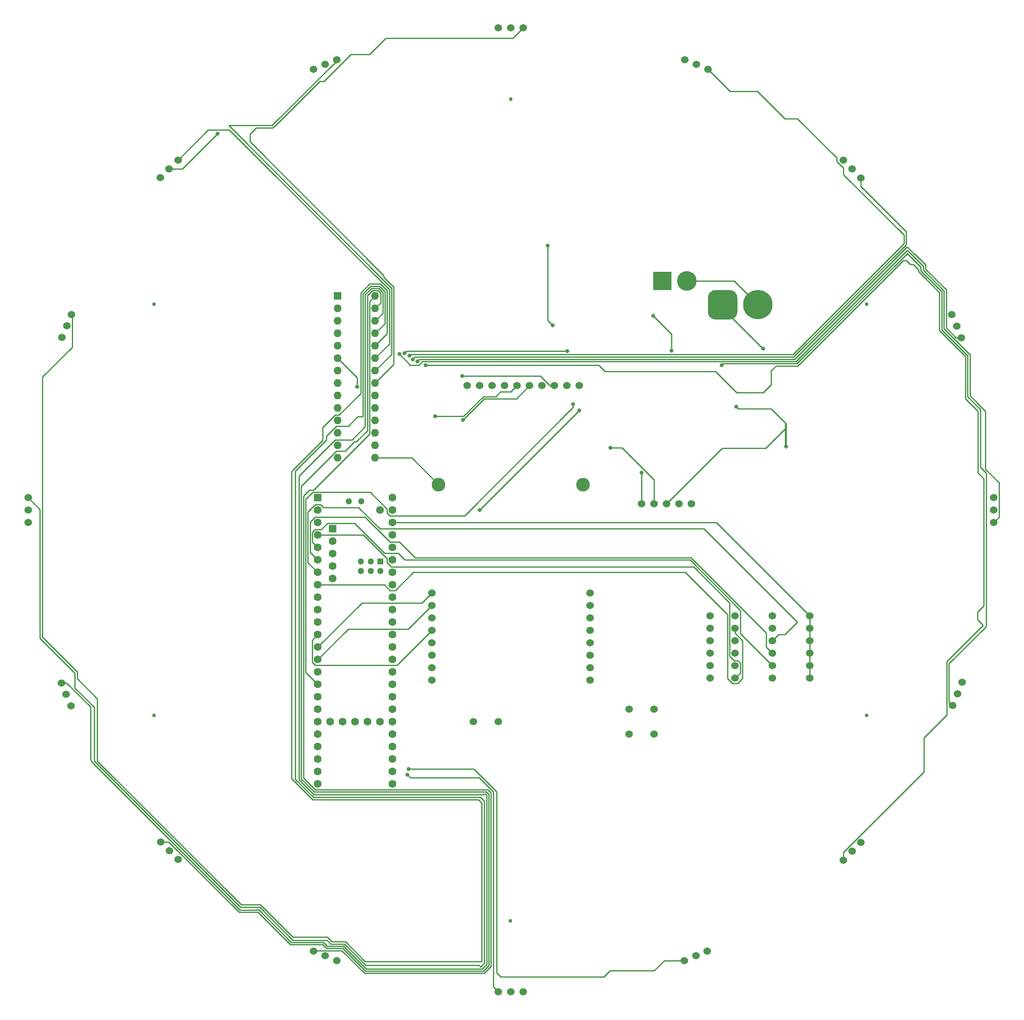
<source format=gbr>
%TF.GenerationSoftware,KiCad,Pcbnew,5.1.9+dfsg1-1+deb11u1*%
%TF.CreationDate,2024-06-09T17:33:59+02:00*%
%TF.ProjectId,pcb_boven,7063625f-626f-4766-956e-2e6b69636164,rev?*%
%TF.SameCoordinates,Original*%
%TF.FileFunction,Copper,L2,Bot*%
%TF.FilePolarity,Positive*%
%FSLAX46Y46*%
G04 Gerber Fmt 4.6, Leading zero omitted, Abs format (unit mm)*
G04 Created by KiCad (PCBNEW 5.1.9+dfsg1-1+deb11u1) date 2024-06-09 17:33:59*
%MOMM*%
%LPD*%
G01*
G04 APERTURE LIST*
%TA.AperFunction,ComponentPad*%
%ADD10C,0.762000*%
%TD*%
%TA.AperFunction,ComponentPad*%
%ADD11O,1.600000X1.600000*%
%TD*%
%TA.AperFunction,ComponentPad*%
%ADD12R,1.600000X1.600000*%
%TD*%
%TA.AperFunction,ComponentPad*%
%ADD13C,1.524000*%
%TD*%
%TA.AperFunction,ComponentPad*%
%ADD14C,1.300000*%
%TD*%
%TA.AperFunction,ComponentPad*%
%ADD15C,1.600000*%
%TD*%
%TA.AperFunction,ComponentPad*%
%ADD16R,1.300000X1.300000*%
%TD*%
%TA.AperFunction,ComponentPad*%
%ADD17C,2.794000*%
%TD*%
%TA.AperFunction,ComponentPad*%
%ADD18C,6.000000*%
%TD*%
%TA.AperFunction,ComponentPad*%
%ADD19C,4.000000*%
%TD*%
%TA.AperFunction,ComponentPad*%
%ADD20R,3.800000X3.800000*%
%TD*%
%TA.AperFunction,ViaPad*%
%ADD21C,0.800000*%
%TD*%
%TA.AperFunction,Conductor*%
%ADD22C,0.250000*%
%TD*%
G04 APERTURE END LIST*
D10*
%TO.P,screwhoel1,1*%
%TO.N,N/C*%
X185610500Y-220468500D03*
%TD*%
%TO.P,screwhoel1,1*%
%TO.N,N/C*%
X112968290Y-178528499D03*
%TD*%
%TO.P,screwhoel1,1*%
%TO.N,N/C*%
X185674000Y-52768500D03*
%TD*%
%TO.P,screwhoel1,1*%
%TO.N,N/C*%
X258252710Y-178528499D03*
%TD*%
%TO.P,screwhoel1,1*%
%TO.N,N/C*%
X258252710Y-94648501D03*
%TD*%
%TO.P,screwhoel1,1*%
%TO.N,N/C*%
X112968290Y-94648501D03*
%TD*%
%TO.P,screwhoel1,1*%
%TO.N,gnd*%
X185674000Y-52768500D03*
%TD*%
D11*
%TO.P,Portmultiplexer1,28*%
%TO.N,Net-(Portmultiplexer1-Pad28)*%
X157988000Y-92964000D03*
%TO.P,Portmultiplexer1,14*%
%TO.N,Net-(Portmultiplexer1-Pad14)*%
X150368000Y-125984000D03*
%TO.P,Portmultiplexer1,27*%
%TO.N,Net-(Portmultiplexer1-Pad27)*%
X157988000Y-95504000D03*
%TO.P,Portmultiplexer1,13*%
%TO.N,sd6*%
X150368000Y-123444000D03*
%TO.P,Portmultiplexer1,26*%
%TO.N,Net-(Portmultiplexer1-Pad26)*%
X157988000Y-98044000D03*
%TO.P,Portmultiplexer1,12*%
%TO.N,sc6*%
X150368000Y-120904000D03*
%TO.P,Portmultiplexer1,25*%
%TO.N,Net-(Portmultiplexer1-Pad25)*%
X157988000Y-100584000D03*
%TO.P,Portmultiplexer1,11*%
%TO.N,Net-(Portmultiplexer1-Pad11)*%
X150368000Y-118364000D03*
%TO.P,Portmultiplexer1,24*%
%TO.N,Net-(Portmultiplexer1-Pad24)*%
X157988000Y-103124000D03*
%TO.P,Portmultiplexer1,10*%
%TO.N,gnd*%
X150368000Y-115824000D03*
%TO.P,Portmultiplexer1,23*%
%TO.N,Net-(Portmultiplexer1-Pad23)*%
X157988000Y-105664000D03*
%TO.P,Portmultiplexer1,9*%
%TO.N,3.3v*%
X150368000Y-113284000D03*
%TO.P,Portmultiplexer1,22*%
%TO.N,Net-(Portmultiplexer1-Pad22)*%
X157988000Y-108204000D03*
%TO.P,Portmultiplexer1,8*%
%TO.N,Net-(Portmultiplexer1-Pad8)*%
X150368000Y-110744000D03*
%TO.P,Portmultiplexer1,21*%
%TO.N,Net-(Portmultiplexer1-Pad21)*%
X157988000Y-110744000D03*
%TO.P,Portmultiplexer1,7*%
%TO.N,Net-(Portmultiplexer1-Pad7)*%
X150368000Y-108204000D03*
%TO.P,Portmultiplexer1,20*%
%TO.N,Net-(Portmultiplexer1-Pad20)*%
X157988000Y-113284000D03*
%TO.P,Portmultiplexer1,6*%
%TO.N,Net-(Portmultiplexer1-Pad6)*%
X150368000Y-105664000D03*
%TO.P,Portmultiplexer1,19*%
%TO.N,Net-(Portmultiplexer1-Pad19)*%
X157988000Y-115824000D03*
%TO.P,Portmultiplexer1,5*%
%TO.N,Net-(Portmultiplexer1-Pad5)*%
X150368000Y-103124000D03*
%TO.P,Portmultiplexer1,18*%
%TO.N,Net-(Portmultiplexer1-Pad18)*%
X157988000Y-118364000D03*
%TO.P,Portmultiplexer1,4*%
%TO.N,Net-(Portmultiplexer1-Pad4)*%
X150368000Y-100584000D03*
%TO.P,Portmultiplexer1,17*%
%TO.N,gnd*%
X157988000Y-120904000D03*
%TO.P,Portmultiplexer1,3*%
%TO.N,Net-(Portmultiplexer1-Pad3)*%
X150368000Y-98044000D03*
%TO.P,Portmultiplexer1,16*%
%TO.N,gnd*%
X157988000Y-123444000D03*
%TO.P,Portmultiplexer1,2*%
%TO.N,Net-(Portmultiplexer1-Pad2)*%
X150368000Y-95504000D03*
%TO.P,Portmultiplexer1,15*%
%TO.N,gnd*%
X157988000Y-125984000D03*
D12*
%TO.P,Portmultiplexer1,1*%
%TO.N,Net-(Portmultiplexer1-Pad1)*%
X150368000Y-92964000D03*
%TD*%
D13*
%TO.P,pcb_conn1,10*%
%TO.N,B*%
X199644000Y-111252000D03*
%TO.P,pcb_conn1,9*%
%TO.N,A*%
X197104000Y-111252000D03*
%TO.P,pcb_conn1,8*%
%TO.N,3.3v*%
X194564000Y-111252000D03*
%TO.P,pcb_conn1,7*%
%TO.N,Net-(pcb_conn1-Pad7)*%
X192024000Y-111252000D03*
%TO.P,pcb_conn1,6*%
%TO.N,sd6*%
X189484000Y-111252000D03*
%TO.P,pcb_conn1,5*%
%TO.N,sc6*%
X186944000Y-111252000D03*
%TO.P,pcb_conn1,4*%
%TO.N,sda*%
X184404000Y-111252000D03*
%TO.P,pcb_conn1,3*%
%TO.N,scl*%
X181864000Y-111252000D03*
%TO.P,pcb_conn1,2*%
%TO.N,gnd*%
X179324000Y-111252000D03*
%TO.P,pcb_conn1,1*%
%TO.N,5v*%
X176784000Y-111252000D03*
%TD*%
D14*
%TO.P,control_board1,66*%
%TO.N,Net-(control_board1-Pad66)*%
X155194000Y-134842000D03*
%TO.P,control_board1,67*%
%TO.N,Net-(control_board1-Pad67)*%
X152654000Y-134842000D03*
D15*
%TO.P,control_board1,54*%
%TO.N,Net-(control_board1-Pad54)*%
X159004000Y-179832000D03*
%TO.P,control_board1,53*%
%TO.N,Net-(control_board1-Pad53)*%
X156464000Y-179832000D03*
%TO.P,control_board1,52*%
%TO.N,Net-(control_board1-Pad52)*%
X153924000Y-179832000D03*
%TO.P,control_board1,51*%
%TO.N,Net-(control_board1-Pad51)*%
X151384000Y-179832000D03*
%TO.P,control_board1,50*%
%TO.N,Net-(control_board1-Pad50)*%
X148844000Y-179832000D03*
D14*
%TO.P,control_board1,62*%
%TO.N,Net-(control_board1-Pad62)*%
X155105600Y-147082000D03*
%TO.P,control_board1,63*%
%TO.N,Net-(control_board1-Pad63)*%
X155105600Y-149082000D03*
%TO.P,control_board1,64*%
%TO.N,Net-(control_board1-Pad64)*%
X157105600Y-149082000D03*
%TO.P,control_board1,61*%
%TO.N,Net-(control_board1-Pad61)*%
X157105600Y-147082000D03*
%TO.P,control_board1,65*%
%TO.N,Net-(control_board1-Pad65)*%
X159105600Y-149082000D03*
D16*
%TO.P,control_board1,60*%
%TO.N,Net-(control_board1-Pad60)*%
X159105600Y-147082000D03*
D15*
%TO.P,control_board1,17*%
%TO.N,Net-(control_board1-Pad17)*%
X146304000Y-174752000D03*
%TO.P,control_board1,18*%
%TO.N,Net-(control_board1-Pad18)*%
X146304000Y-177292000D03*
%TO.P,control_board1,19*%
%TO.N,Net-(control_board1-Pad19)*%
X146304000Y-179832000D03*
%TO.P,control_board1,20*%
%TO.N,Net-(control_board1-Pad20)*%
X146304000Y-182372000D03*
%TO.P,control_board1,16*%
%TO.N,A*%
X146304000Y-172212000D03*
%TO.P,control_board1,15*%
%TO.N,Net-(control_board1-Pad15)*%
X146304000Y-169672000D03*
%TO.P,control_board1,14*%
%TO.N,Net-(U2-Pad3)*%
X146304000Y-167132000D03*
%TO.P,control_board1,21*%
%TO.N,Net-(control_board1-Pad21)*%
X146304000Y-184912000D03*
%TO.P,control_board1,22*%
%TO.N,Net-(control_board1-Pad22)*%
X146304000Y-187452000D03*
%TO.P,control_board1,23*%
%TO.N,Net-(control_board1-Pad23)*%
X146304000Y-189992000D03*
%TO.P,control_board1,24*%
%TO.N,Net-(control_board1-Pad24)*%
X146304000Y-192532000D03*
%TO.P,control_board1,25*%
%TO.N,Net-(control_board1-Pad25)*%
X161544000Y-192532000D03*
%TO.P,control_board1,26*%
%TO.N,Net-(control_board1-Pad26)*%
X161544000Y-189992000D03*
%TO.P,control_board1,27*%
%TO.N,Net-(control_board1-Pad27)*%
X161544000Y-187452000D03*
%TO.P,control_board1,28*%
%TO.N,Net-(U2-Pad4)*%
X161544000Y-184912000D03*
%TO.P,control_board1,29*%
%TO.N,Net-(control_board1-Pad29)*%
X161544000Y-182372000D03*
%TO.P,control_board1,30*%
%TO.N,Net-(control_board1-Pad30)*%
X161544000Y-179832000D03*
%TO.P,control_board1,31*%
%TO.N,Net-(control_board1-Pad31)*%
X161544000Y-177292000D03*
%TO.P,control_board1,32*%
%TO.N,Net-(control_board1-Pad32)*%
X161544000Y-174752000D03*
%TO.P,control_board1,33*%
%TO.N,Net-(control_board1-Pad33)*%
X161544000Y-172212000D03*
%TO.P,control_board1,34*%
%TO.N,Net-(control_board1-Pad34)*%
X161544000Y-169672000D03*
%TO.P,control_board1,13*%
%TO.N,Net-(U2-Pad2)*%
X146304000Y-164592000D03*
%TO.P,control_board1,12*%
%TO.N,Net-(U2-Pad5)*%
X146304000Y-162052000D03*
%TO.P,control_board1,11*%
%TO.N,B*%
X146304000Y-159512000D03*
%TO.P,control_board1,10*%
%TO.N,Net-(BZ1-Pad1)*%
X146304000Y-156972000D03*
%TO.P,control_board1,9*%
%TO.N,Net-(R7-Pad2)*%
X146304000Y-154432000D03*
%TO.P,control_board1,8*%
%TO.N,Net-(R6-Pad2)*%
X146304000Y-151892000D03*
%TO.P,control_board1,7*%
%TO.N,Net-(R5-Pad2)*%
X146304000Y-149352000D03*
%TO.P,control_board1,6*%
%TO.N,Net-(R4-Pad2)*%
X146304000Y-146812000D03*
%TO.P,control_board1,5*%
%TO.N,Net-(R3-Pad2)*%
X146304000Y-144272000D03*
%TO.P,control_board1,4*%
%TO.N,Net-(R2-Pad2)*%
X146304000Y-141732000D03*
%TO.P,control_board1,3*%
%TO.N,Net-(control_board1-Pad3)*%
X146304000Y-139192000D03*
%TO.P,control_board1,2*%
%TO.N,Net-(control_board1-Pad2)*%
X146304000Y-136652000D03*
D12*
%TO.P,control_board1,1*%
%TO.N,Net-(control_board1-Pad1)*%
X146304000Y-134112000D03*
D15*
%TO.P,control_board1,35*%
%TO.N,Net-(control_board1-Pad35)*%
X161544000Y-167132000D03*
%TO.P,control_board1,36*%
%TO.N,Net-(control_board1-Pad36)*%
X161544000Y-164592000D03*
%TO.P,control_board1,37*%
%TO.N,Net-(control_board1-Pad37)*%
X161544000Y-162052000D03*
%TO.P,control_board1,38*%
%TO.N,Net-(control_board1-Pad38)*%
X161544000Y-159512000D03*
%TO.P,control_board1,39*%
%TO.N,Net-(control_board1-Pad39)*%
X161544000Y-156972000D03*
%TO.P,control_board1,40*%
%TO.N,sda*%
X161544000Y-154432000D03*
%TO.P,control_board1,41*%
%TO.N,scl*%
X161544000Y-151892000D03*
%TO.P,control_board1,42*%
%TO.N,Net-(control_board1-Pad42)*%
X161544000Y-149352000D03*
%TO.P,control_board1,43*%
%TO.N,Net-(control_board1-Pad43)*%
X161544000Y-146812000D03*
%TO.P,control_board1,44*%
%TO.N,Net-(control_board1-Pad44)*%
X161544000Y-144272000D03*
%TO.P,control_board1,45*%
%TO.N,Net-(control_board1-Pad45)*%
X161544000Y-141732000D03*
%TO.P,control_board1,46*%
%TO.N,Net-(control_board1-Pad46)*%
X161544000Y-139192000D03*
%TO.P,control_board1,47*%
%TO.N,gnd*%
X161544000Y-136652000D03*
%TO.P,control_board1,48*%
%TO.N,5v*%
X161544000Y-134112000D03*
D12*
%TO.P,control_board1,55*%
%TO.N,Net-(control_board1-Pad55)*%
X149354800Y-140411200D03*
D15*
%TO.P,control_board1,56*%
%TO.N,Net-(control_board1-Pad56)*%
X149354800Y-142951200D03*
%TO.P,control_board1,57*%
%TO.N,Net-(control_board1-Pad57)*%
X149354800Y-145491200D03*
%TO.P,control_board1,58*%
%TO.N,Net-(control_board1-Pad58)*%
X149354800Y-148031200D03*
%TO.P,control_board1,59*%
%TO.N,Net-(control_board1-Pad59)*%
X149354800Y-150571200D03*
%TO.P,control_board1,49*%
%TO.N,Net-(control_board1-Pad49)*%
X159004000Y-136652000D03*
%TD*%
D13*
%TO.P,ir_sensor_9,3*%
%TO.N,Net-(Portmultiplexer1-Pad1)*%
X183134000Y-234950000D03*
%TO.P,ir_sensor_9,2*%
%TO.N,gnd*%
X185674000Y-234950000D03*
%TO.P,ir_sensor_9,1*%
%TO.N,3.3v*%
X188214000Y-234950000D03*
%TD*%
%TO.P,ir_sensor_1,3*%
%TO.N,Net-(Portmultiplexer1-Pad21)*%
X188214000Y-38227000D03*
%TO.P,ir_sensor_1,2*%
%TO.N,gnd*%
X185674000Y-38227000D03*
%TO.P,ir_sensor_1,1*%
%TO.N,3.3v*%
X183134000Y-38227000D03*
%TD*%
%TO.P,ir_sensor_2,3*%
%TO.N,Net-(Portmultiplexer1-Pad22)*%
X150174654Y-44747984D03*
%TO.P,ir_sensor_2,2*%
%TO.N,gnd*%
X147828000Y-45720000D03*
%TO.P,ir_sensor_2,1*%
%TO.N,3.3v*%
X145481346Y-46692016D03*
%TD*%
%TO.P,ir_sensor_8,3*%
%TO.N,Net-(Portmultiplexer1-Pad28)*%
X145481346Y-226611984D03*
%TO.P,ir_sensor_8,2*%
%TO.N,gnd*%
X147828000Y-227584000D03*
%TO.P,ir_sensor_8,1*%
%TO.N,3.3v*%
X150174654Y-228556016D03*
%TD*%
%TO.P,ir_sensor_12,3*%
%TO.N,Net-(Portmultiplexer1-Pad4)*%
X275760984Y-176463654D03*
%TO.P,ir_sensor_12,2*%
%TO.N,gnd*%
X276733000Y-174117000D03*
%TO.P,ir_sensor_12,1*%
%TO.N,3.3v*%
X277705016Y-171770346D03*
%TD*%
%TO.P,U2,16*%
%TO.N,Net-(U2-Pad16)*%
X201803000Y-168783000D03*
%TO.P,U2,17*%
%TO.N,gnd*%
X201803000Y-171323000D03*
D17*
%TO.P,U2,screw*%
X200406000Y-131445000D03*
X170942000Y-131445000D03*
D13*
%TO.P,U2,9*%
%TO.N,3.3v*%
X169545000Y-171323000D03*
%TO.P,U2,8*%
%TO.N,Net-(U2-Pad8)*%
X169545000Y-168783000D03*
%TO.P,U2,7*%
%TO.N,Net-(U2-Pad7)*%
X169545000Y-166243000D03*
%TO.P,U2,6*%
%TO.N,Net-(U2-Pad6)*%
X169545000Y-163703000D03*
%TO.P,U2,5*%
%TO.N,Net-(U2-Pad5)*%
X169545000Y-161163000D03*
%TO.P,U2,4*%
%TO.N,Net-(U2-Pad4)*%
X169545000Y-158623000D03*
%TO.P,U2,3*%
%TO.N,Net-(U2-Pad3)*%
X169545000Y-156083000D03*
%TO.P,U2,10*%
%TO.N,Net-(U2-Pad10)*%
X201803000Y-153543000D03*
%TO.P,U2,11*%
%TO.N,Net-(U2-Pad11)*%
X201803000Y-156083000D03*
%TO.P,U2,12*%
%TO.N,Net-(U2-Pad12)*%
X201803000Y-158623000D03*
%TO.P,U2,13*%
%TO.N,Net-(U2-Pad13)*%
X201803000Y-161163000D03*
%TO.P,U2,14*%
%TO.N,Net-(U2-Pad14)*%
X201803000Y-163703000D03*
%TO.P,U2,15*%
%TO.N,Net-(R1-Pad2)*%
X201803000Y-166243000D03*
%TO.P,U2,2*%
%TO.N,Net-(U2-Pad2)*%
X169545000Y-153543000D03*
%TD*%
%TO.P,xt60,1*%
%TO.N,Net-(3V3_converter1-Pad1)*%
%TA.AperFunction,ComponentPad*%
G36*
G01*
X225854000Y-96242000D02*
X225854000Y-93242000D01*
G75*
G02*
X227354000Y-91742000I1500000J0D01*
G01*
X230354000Y-91742000D01*
G75*
G02*
X231854000Y-93242000I0J-1500000D01*
G01*
X231854000Y-96242000D01*
G75*
G02*
X230354000Y-97742000I-1500000J0D01*
G01*
X227354000Y-97742000D01*
G75*
G02*
X225854000Y-96242000I0J1500000D01*
G01*
G37*
%TD.AperFunction*%
D18*
%TO.P,xt60,2*%
%TO.N,Net-(3V3_converter1-Pad3)*%
X236054000Y-94742000D03*
%TD*%
D19*
%TO.P,xt30,2*%
%TO.N,Net-(3V3_converter1-Pad3)*%
X221535000Y-89916000D03*
D20*
%TO.P,xt30,1*%
%TO.N,Net-(3V3_converter1-Pad1)*%
X216535000Y-89916000D03*
%TD*%
D13*
%TO.P,U1,4*%
%TO.N,Net-(U1-Pad4)*%
X222504000Y-135382000D03*
%TO.P,U1,3*%
%TO.N,5v*%
X219964000Y-135382000D03*
%TO.P,U1,2*%
%TO.N,gnd*%
X217424000Y-135382000D03*
%TO.P,U1,1*%
%TO.N,sda*%
X214884000Y-135382000D03*
%TO.P,U1,0*%
%TO.N,scl*%
X212344000Y-135382000D03*
%TD*%
%TO.P,R7,2*%
%TO.N,Net-(R7-Pad2)*%
X231394000Y-158242000D03*
%TO.P,R7,1*%
%TO.N,gnd*%
X226314000Y-158242000D03*
%TD*%
%TO.P,R6,2*%
%TO.N,Net-(R6-Pad2)*%
X231394000Y-160782000D03*
%TO.P,R6,1*%
%TO.N,gnd*%
X226314000Y-160782000D03*
%TD*%
%TO.P,R5,2*%
%TO.N,Net-(R5-Pad2)*%
X231394000Y-163322000D03*
%TO.P,R5,1*%
%TO.N,gnd*%
X226314000Y-163322000D03*
%TD*%
%TO.P,R4,2*%
%TO.N,Net-(R4-Pad2)*%
X231394000Y-165862000D03*
%TO.P,R4,1*%
%TO.N,gnd*%
X226314000Y-165862000D03*
%TD*%
%TO.P,R3,2*%
%TO.N,Net-(R3-Pad2)*%
X231394000Y-168402000D03*
%TO.P,R3,1*%
%TO.N,gnd*%
X226314000Y-168402000D03*
%TD*%
%TO.P,R2,2*%
%TO.N,Net-(R2-Pad2)*%
X231394000Y-170942000D03*
%TO.P,R2,1*%
%TO.N,gnd*%
X226314000Y-170942000D03*
%TD*%
%TO.P,R1,2*%
%TO.N,Net-(R1-Pad2)*%
X214884000Y-177292000D03*
%TO.P,R1,1*%
%TO.N,gnd*%
X209804000Y-177292000D03*
%TD*%
%TO.P,ir_sensor_16,3*%
%TO.N,Net-(Portmultiplexer1-Pad8)*%
X225866654Y-46692016D03*
%TO.P,ir_sensor_16,2*%
%TO.N,gnd*%
X223520000Y-45720000D03*
%TO.P,ir_sensor_16,1*%
%TO.N,3.3v*%
X221173346Y-44747984D03*
%TD*%
%TO.P,ir_sensor_15,3*%
%TO.N,Net-(Portmultiplexer1-Pad7)*%
X257066051Y-68852051D03*
%TO.P,ir_sensor_15,2*%
%TO.N,gnd*%
X255270000Y-67056000D03*
%TO.P,ir_sensor_15,1*%
%TO.N,3.3v*%
X253473949Y-65259949D03*
%TD*%
%TO.P,ir_sensor_14,3*%
%TO.N,Net-(Portmultiplexer1-Pad6)*%
X277534032Y-101467308D03*
%TO.P,ir_sensor_14,2*%
%TO.N,gnd*%
X276562016Y-99120654D03*
%TO.P,ir_sensor_14,1*%
%TO.N,3.3v*%
X275590000Y-96774000D03*
%TD*%
%TO.P,ir_sensor_13,3*%
%TO.N,Net-(Portmultiplexer1-Pad5)*%
X284099000Y-139192000D03*
%TO.P,ir_sensor_13,2*%
%TO.N,gnd*%
X284099000Y-136652000D03*
%TO.P,ir_sensor_13,1*%
%TO.N,3.3v*%
X284099000Y-134112000D03*
%TD*%
%TO.P,ir_sensor_11,3*%
%TO.N,Net-(Portmultiplexer1-Pad3)*%
X253473949Y-208044051D03*
%TO.P,ir_sensor_11,2*%
%TO.N,gnd*%
X255270000Y-206248000D03*
%TO.P,ir_sensor_11,1*%
%TO.N,3.3v*%
X257066051Y-204451949D03*
%TD*%
%TO.P,ir_sensor_10,3*%
%TO.N,Net-(Portmultiplexer1-Pad2)*%
X221046346Y-228556016D03*
%TO.P,ir_sensor_10,2*%
%TO.N,gnd*%
X223393000Y-227584000D03*
%TO.P,ir_sensor_10,1*%
%TO.N,3.3v*%
X225739654Y-226611984D03*
%TD*%
%TO.P,ir_sensor_7,3*%
%TO.N,Net-(Portmultiplexer1-Pad27)*%
X114263898Y-204306898D03*
%TO.P,ir_sensor_7,2*%
%TO.N,gnd*%
X116059949Y-206102949D03*
%TO.P,ir_sensor_7,1*%
%TO.N,3.3v*%
X117856000Y-207899000D03*
%TD*%
%TO.P,ir_sensor_6,3*%
%TO.N,Net-(Portmultiplexer1-Pad26)*%
X94023984Y-171897346D03*
%TO.P,ir_sensor_6,2*%
%TO.N,gnd*%
X94996000Y-174244000D03*
%TO.P,ir_sensor_6,1*%
%TO.N,3.3v*%
X95968016Y-176590654D03*
%TD*%
%TO.P,ir_sensor_5,3*%
%TO.N,Net-(Portmultiplexer1-Pad25)*%
X87249000Y-134112000D03*
%TO.P,ir_sensor_5,2*%
%TO.N,gnd*%
X87249000Y-136652000D03*
%TO.P,ir_sensor_5,1*%
%TO.N,3.3v*%
X87249000Y-139192000D03*
%TD*%
%TO.P,ir_sensor_4,3*%
%TO.N,Net-(Portmultiplexer1-Pad24)*%
X96095016Y-96713346D03*
%TO.P,ir_sensor_4,2*%
%TO.N,gnd*%
X95123000Y-99060000D03*
%TO.P,ir_sensor_4,1*%
%TO.N,3.3v*%
X94150984Y-101406654D03*
%TD*%
%TO.P,ir_sensor_3,3*%
%TO.N,Net-(Portmultiplexer1-Pad23)*%
X117796051Y-65203949D03*
%TO.P,ir_sensor_3,2*%
%TO.N,gnd*%
X116000000Y-67000000D03*
%TO.P,ir_sensor_3,1*%
%TO.N,3.3v*%
X114203949Y-68796051D03*
%TD*%
%TO.P,goal_kleur1,2*%
%TO.N,Net-(R1-Pad2)*%
X214884000Y-182372000D03*
%TO.P,goal_kleur1,1*%
%TO.N,3.3v*%
X209804000Y-182372000D03*
%TD*%
%TO.P,dip_swith_instellinen1,12*%
%TO.N,Net-(R2-Pad2)*%
X239014000Y-170942000D03*
%TO.P,dip_swith_instellinen1,11*%
%TO.N,Net-(R3-Pad2)*%
X239014000Y-168402000D03*
%TO.P,dip_swith_instellinen1,10*%
%TO.N,Net-(R4-Pad2)*%
X239014000Y-165862000D03*
%TO.P,dip_swith_instellinen1,9*%
%TO.N,Net-(R5-Pad2)*%
X239014000Y-163322000D03*
%TO.P,dip_swith_instellinen1,8*%
%TO.N,Net-(R6-Pad2)*%
X239014000Y-160782000D03*
%TO.P,dip_swith_instellinen1,7*%
%TO.N,Net-(R7-Pad2)*%
X239014000Y-158242000D03*
%TO.P,dip_swith_instellinen1,6*%
%TO.N,Net-(control_board1-Pad46)*%
X246634000Y-158242000D03*
%TO.P,dip_swith_instellinen1,5*%
X246634000Y-160782000D03*
%TO.P,dip_swith_instellinen1,4*%
X246634000Y-163322000D03*
%TO.P,dip_swith_instellinen1,3*%
X246634000Y-165862000D03*
%TO.P,dip_swith_instellinen1,2*%
X246634000Y-168402000D03*
%TO.P,dip_swith_instellinen1,1*%
X246634000Y-170942000D03*
%TD*%
%TO.P,BZ1,2*%
%TO.N,gnd*%
X183134000Y-179832000D03*
%TO.P,BZ1,1*%
%TO.N,Net-(BZ1-Pad1)*%
X178054000Y-179832000D03*
%TD*%
D21*
%TO.N,gnd*%
X125857000Y-59817000D03*
X241808000Y-123698000D03*
X214693500Y-96964500D03*
X218440000Y-104140000D03*
X231648000Y-115506500D03*
%TO.N,scl*%
X212344000Y-128997999D03*
%TO.N,sda*%
X205994000Y-123952000D03*
%TO.N,A*%
X198374000Y-115062000D03*
%TO.N,B*%
X199644000Y-116332000D03*
X179324000Y-136652000D03*
%TO.N,3.3v*%
X194183000Y-98932001D03*
X193167000Y-82677000D03*
X175768000Y-109283500D03*
%TO.N,Net-(Portmultiplexer1-Pad1)*%
X164592000Y-190627000D03*
%TO.N,Net-(Portmultiplexer1-Pad2)*%
X164846000Y-189484000D03*
%TO.N,Net-(Portmultiplexer1-Pad3)*%
X168275000Y-107035019D03*
%TO.N,Net-(Portmultiplexer1-Pad4)*%
X163957000Y-104584500D03*
X197167500Y-104177000D03*
X228663500Y-107035019D03*
%TO.N,Net-(Portmultiplexer1-Pad5)*%
X162941000Y-104775000D03*
%TO.N,Net-(Portmultiplexer1-Pad6)*%
X154337961Y-111442500D03*
X166576988Y-106305385D03*
%TO.N,Net-(Portmultiplexer1-Pad7)*%
X165680108Y-105863108D03*
%TO.N,Net-(Portmultiplexer1-Pad8)*%
X164973000Y-105156000D03*
%TO.N,sd6*%
X175895000Y-118237000D03*
%TO.N,sc6*%
X170243500Y-117512000D03*
%TO.N,Net-(3V3_converter1-Pad1)*%
X237109000Y-103695500D03*
%TD*%
D22*
%TO.N,gnd*%
X118674000Y-67000000D02*
X116000000Y-67000000D01*
X125857000Y-59817000D02*
X118674000Y-67000000D01*
X165481000Y-125984000D02*
X170942000Y-131445000D01*
X157988000Y-125984000D02*
X165481000Y-125984000D01*
X217424000Y-135382000D02*
X228790500Y-124015500D01*
X228790500Y-124015500D02*
X237617000Y-124015500D01*
X237617000Y-124015500D02*
X241617500Y-120015000D01*
X241617500Y-120015000D02*
X241617500Y-119126000D01*
X241617500Y-123507500D02*
X241808000Y-123698000D01*
X241617500Y-119126000D02*
X241617500Y-123507500D01*
X218440000Y-100711000D02*
X218440000Y-104140000D01*
X214693500Y-96964500D02*
X218440000Y-100711000D01*
X231648000Y-115506500D02*
X232092500Y-115951000D01*
X232092500Y-115951000D02*
X238760000Y-115951000D01*
X238760000Y-115951000D02*
X241808000Y-118999000D01*
X241808000Y-118999000D02*
X241808000Y-123698000D01*
%TO.N,Net-(control_board1-Pad46)*%
X227584000Y-139192000D02*
X161544000Y-139192000D01*
X246634000Y-158242000D02*
X227584000Y-139192000D01*
X246634000Y-170942000D02*
X246634000Y-168402000D01*
X246634000Y-168402000D02*
X246634000Y-165862000D01*
X246634000Y-165862000D02*
X246634000Y-163322000D01*
X246634000Y-163322000D02*
X246634000Y-160782000D01*
X246634000Y-160782000D02*
X246634000Y-158242000D01*
%TO.N,scl*%
X212344000Y-128997999D02*
X212344000Y-135382000D01*
%TO.N,sda*%
X214884000Y-130464997D02*
X214884000Y-135382000D01*
X208371003Y-123952000D02*
X214884000Y-130464997D01*
X205994000Y-123952000D02*
X208371003Y-123952000D01*
%TO.N,A*%
X143828971Y-134402027D02*
X143828971Y-169736971D01*
X145243999Y-132986999D02*
X143828971Y-134402027D01*
X157004001Y-132986999D02*
X145243999Y-132986999D01*
X160418999Y-136401997D02*
X157004001Y-132986999D01*
X160418999Y-137192001D02*
X160418999Y-136401997D01*
X143828971Y-169736971D02*
X146304000Y-172212000D01*
X161003999Y-137777001D02*
X160418999Y-137192001D01*
X176224684Y-137777001D02*
X161003999Y-137777001D01*
X198374000Y-115627685D02*
X176224684Y-137777001D01*
X198374000Y-115062000D02*
X198374000Y-115627685D01*
%TO.N,B*%
X199644000Y-116332000D02*
X179324000Y-136652000D01*
%TO.N,Net-(R6-Pad2)*%
X162084001Y-153017001D02*
X165749002Y-149352000D01*
X161003999Y-153017001D02*
X162084001Y-153017001D01*
X159878998Y-151892000D02*
X161003999Y-153017001D01*
X146304000Y-151892000D02*
X159878998Y-151892000D01*
X231394000Y-161713238D02*
X231394000Y-160782000D01*
X232931011Y-171013751D02*
X232931011Y-163250249D01*
X231915761Y-172029001D02*
X232931011Y-171013751D01*
X230872239Y-172029001D02*
X231915761Y-172029001D01*
X232931011Y-163250249D02*
X231394000Y-161713238D01*
X229856989Y-171013751D02*
X230872239Y-172029001D01*
X229856989Y-157974989D02*
X229856989Y-171013751D01*
X221234000Y-149352000D02*
X229856989Y-157974989D01*
X165749002Y-149352000D02*
X221234000Y-149352000D01*
%TO.N,Net-(R5-Pad2)*%
X239014000Y-163322000D02*
X240284000Y-162052000D01*
X240284000Y-162052000D02*
X241554000Y-162052000D01*
X241554000Y-162052000D02*
X244094000Y-159512000D01*
X244094000Y-159512000D02*
X225044000Y-140462000D01*
X144278981Y-147326981D02*
X146304000Y-149352000D01*
X145763999Y-135526999D02*
X144278981Y-137012017D01*
X146844001Y-135526999D02*
X145763999Y-135526999D01*
X147429001Y-136111999D02*
X146844001Y-135526999D01*
X154605409Y-136111999D02*
X147429001Y-136111999D01*
X158955410Y-140462000D02*
X154605409Y-136111999D01*
X144278981Y-137012017D02*
X144278981Y-147326981D01*
X225044000Y-140462000D02*
X158955410Y-140462000D01*
%TO.N,Net-(R4-Pad2)*%
X161003999Y-143146999D02*
X162958999Y-143146999D01*
X155923999Y-138066999D02*
X161003999Y-143146999D01*
X145763999Y-138066999D02*
X155923999Y-138066999D01*
X144728990Y-139102008D02*
X145763999Y-138066999D01*
X144728990Y-145236990D02*
X144728990Y-139102008D01*
X146304000Y-146812000D02*
X144728990Y-145236990D01*
X166173990Y-146361990D02*
X222395572Y-146361990D01*
X162958999Y-143146999D02*
X166173990Y-146361990D01*
X237744000Y-164592000D02*
X239014000Y-165862000D01*
X237744000Y-161710418D02*
X237744000Y-164592000D01*
X222395572Y-146361990D02*
X237744000Y-161710418D01*
%TO.N,Net-(R3-Pad2)*%
X232481001Y-157083829D02*
X222209172Y-146812000D01*
X232481001Y-161869001D02*
X232481001Y-157083829D01*
X239014000Y-168402000D02*
X232481001Y-161869001D01*
X222209172Y-146812000D02*
X164084000Y-146812000D01*
X145178999Y-143146999D02*
X146304000Y-144272000D01*
X145178999Y-141191999D02*
X145178999Y-143146999D01*
X145763999Y-140606999D02*
X145178999Y-141191999D01*
X146973999Y-140606999D02*
X145763999Y-140606999D01*
X148294799Y-139286199D02*
X146973999Y-140606999D01*
X159942013Y-145397001D02*
X153831211Y-139286199D01*
X162669001Y-145397001D02*
X159942013Y-145397001D01*
X153831211Y-139286199D02*
X148294799Y-139286199D01*
X164084000Y-146812000D02*
X162669001Y-145397001D01*
%TO.N,Net-(R2-Pad2)*%
X232481001Y-169854999D02*
X231394000Y-170942000D01*
X231915761Y-167314999D02*
X232481001Y-167880239D01*
X230306999Y-155546237D02*
X230306999Y-166383761D01*
X232481001Y-167880239D02*
X232481001Y-169854999D01*
X222987761Y-148226999D02*
X230306999Y-155546237D01*
X230306999Y-166383761D02*
X231238237Y-167314999D01*
X161293997Y-148226999D02*
X222987761Y-148226999D01*
X160418999Y-146510397D02*
X160418999Y-147352001D01*
X231238237Y-167314999D02*
X231915761Y-167314999D01*
X160418999Y-147352001D02*
X161293997Y-148226999D01*
X155640602Y-141732000D02*
X160418999Y-146510397D01*
X146304000Y-141732000D02*
X155640602Y-141732000D01*
%TO.N,3.3v*%
X193167000Y-97916001D02*
X193167000Y-82677000D01*
X194183000Y-98932001D02*
X193167000Y-97916001D01*
X193632762Y-111252000D02*
X194564000Y-111252000D01*
X191664262Y-109283500D02*
X193632762Y-111252000D01*
X175768000Y-109283500D02*
X191664262Y-109283500D01*
%TO.N,Net-(Portmultiplexer1-Pad21)*%
X188214000Y-38227000D02*
X186817000Y-39624000D01*
X186055000Y-40386000D02*
X160147000Y-40386000D01*
X186817000Y-39624000D02*
X186055000Y-40386000D01*
X160147000Y-40386000D02*
X156845000Y-43688000D01*
X156845000Y-43688000D02*
X153035000Y-43688000D01*
X147574000Y-49149000D02*
X146685000Y-49149000D01*
X153035000Y-43688000D02*
X147574000Y-49149000D01*
X137500172Y-58293000D02*
X137119172Y-58674000D01*
X137541000Y-58293000D02*
X137500172Y-58293000D01*
X146685000Y-49149000D02*
X137541000Y-58293000D01*
X137119172Y-58674000D02*
X133731000Y-58674000D01*
X132461000Y-59944000D02*
X132461000Y-61468000D01*
X133731000Y-58674000D02*
X132461000Y-59944000D01*
X159766000Y-88773000D02*
X159766000Y-89152590D01*
X132461000Y-61468000D02*
X159766000Y-88773000D01*
X159766000Y-89152590D02*
X160528705Y-89915295D01*
X160528705Y-89915295D02*
X160274000Y-89660590D01*
X161813059Y-106918941D02*
X157988000Y-110744000D01*
X161813059Y-91053551D02*
X161813059Y-106918941D01*
X161549449Y-90789941D02*
X161813059Y-91053551D01*
X161403351Y-90789941D02*
X161549449Y-90789941D01*
X160528705Y-89915295D02*
X161403351Y-90789941D01*
%TO.N,Net-(Portmultiplexer1-Pad22)*%
X157988000Y-108204000D02*
X161363049Y-104828951D01*
X161363049Y-91239951D02*
X161216951Y-91239951D01*
X161363049Y-104828951D02*
X161363049Y-91239951D01*
X161216951Y-91239951D02*
X128143000Y-58166000D01*
X150174654Y-44982108D02*
X150174654Y-44747984D01*
X136990762Y-58166000D02*
X150174654Y-44982108D01*
X128143000Y-58166000D02*
X136990762Y-58166000D01*
%TO.N,Net-(Portmultiplexer1-Pad23)*%
X134438590Y-65203949D02*
X160913039Y-91678397D01*
X160913039Y-102738961D02*
X157988000Y-105664000D01*
X160913039Y-91678397D02*
X160913039Y-102738961D01*
X134438590Y-65203949D02*
X134418949Y-65203949D01*
X134418949Y-65203949D02*
X128270000Y-59055000D01*
X123945000Y-59055000D02*
X117796051Y-65203949D01*
X128270000Y-59055000D02*
X123945000Y-59055000D01*
%TO.N,Net-(Portmultiplexer1-Pad24)*%
X96210001Y-103433999D02*
X96210001Y-96828331D01*
X179070000Y-195707000D02*
X179762990Y-196399990D01*
X149827999Y-117238999D02*
X147320000Y-119746998D01*
X130685820Y-217170000D02*
X101346000Y-187830180D01*
X147320000Y-119746998D02*
X147320000Y-122426590D01*
X150618003Y-117238999D02*
X149827999Y-117238999D01*
X151931599Y-224696963D02*
X149133373Y-224696963D01*
X140970000Y-128776590D02*
X140970000Y-191408642D01*
X149133373Y-224696963D02*
X148210410Y-223774000D01*
X159087201Y-90488971D02*
X156888799Y-90488972D01*
X101346000Y-187830180D02*
X101346000Y-175133000D01*
X156888799Y-90488972D02*
X155062961Y-92314809D01*
X96210001Y-96828331D02*
X96095016Y-96713346D01*
X147320000Y-122426590D02*
X140970000Y-128776590D01*
X157988000Y-103124000D02*
X160463029Y-100648971D01*
X145268358Y-195707000D02*
X179070000Y-195707000D01*
X160463029Y-100648971D02*
X160463029Y-91864797D01*
X155062961Y-112794041D02*
X150618003Y-117238999D01*
X148210410Y-223774000D02*
X141225410Y-223774000D01*
X179762990Y-196399990D02*
X179762990Y-228727000D01*
X90170000Y-109474000D02*
X96210001Y-103433999D01*
X140970000Y-191408642D02*
X145268358Y-195707000D01*
X179762990Y-228727000D02*
X155961638Y-228727000D01*
X155961638Y-228727000D02*
X151931599Y-224696963D01*
X90170000Y-162560000D02*
X90170000Y-109474000D01*
X160463029Y-91864797D02*
X159087201Y-90488971D01*
X141225410Y-223774000D02*
X134621410Y-217170000D01*
X134621410Y-217170000D02*
X130685820Y-217170000D01*
X97224010Y-169614010D02*
X90170000Y-162560000D01*
X155062961Y-92314809D02*
X155062961Y-112794041D01*
X101346000Y-175133000D02*
X97224010Y-171011010D01*
X97224010Y-171011010D02*
X97224010Y-169614010D01*
%TO.N,Net-(Portmultiplexer1-Pad25)*%
X87249000Y-134112000D02*
X89662000Y-136525000D01*
X89662000Y-136525000D02*
X89662000Y-162814000D01*
X96774000Y-169926000D02*
X96774000Y-172933322D01*
X89662000Y-162814000D02*
X96774000Y-169926000D01*
X96774000Y-172933322D02*
X100711000Y-176870322D01*
X100711000Y-176870322D02*
X100711000Y-187831590D01*
X100711000Y-187831590D02*
X130557410Y-217678000D01*
X130557410Y-217678000D02*
X134493000Y-217678000D01*
X134493000Y-217678000D02*
X141212980Y-224397980D01*
X148946971Y-225146971D02*
X151745200Y-225146972D01*
X148197980Y-224397980D02*
X148946971Y-225146971D01*
X141212980Y-224397980D02*
X148197980Y-224397980D01*
X179197000Y-229489000D02*
X179497970Y-229789970D01*
X156087228Y-229489000D02*
X179197000Y-229489000D01*
X151745200Y-225146972D02*
X156087228Y-229489000D01*
X179531030Y-229789970D02*
X180213000Y-229108000D01*
X179497970Y-229789970D02*
X179531030Y-229789970D01*
X180213000Y-195961000D02*
X179451000Y-195199000D01*
X180213000Y-229108000D02*
X180213000Y-195961000D01*
X145396768Y-195199000D02*
X141732000Y-191534232D01*
X179451000Y-195199000D02*
X145396768Y-195199000D01*
X141732000Y-191534232D02*
X141732000Y-128651000D01*
X150117997Y-119489001D02*
X152544999Y-119489001D01*
X148082000Y-121524998D02*
X150117997Y-119489001D01*
X148082000Y-122301000D02*
X148082000Y-121524998D01*
X141732000Y-128651000D02*
X148082000Y-122301000D01*
X152544999Y-119489001D02*
X154432000Y-117602000D01*
X155448000Y-117602000D02*
X155512969Y-117537031D01*
X154432000Y-117602000D02*
X155448000Y-117602000D01*
X160013020Y-98558980D02*
X157988000Y-100584000D01*
X160013020Y-92051198D02*
X160013020Y-98558980D01*
X158900802Y-90938980D02*
X160013020Y-92051198D01*
X157075199Y-90938981D02*
X158900802Y-90938980D01*
X155512970Y-92501208D02*
X157075199Y-90938981D01*
X155512969Y-117537031D02*
X155512970Y-92501208D01*
%TO.N,Net-(Portmultiplexer1-Pad26)*%
X99949000Y-176744732D02*
X95101614Y-171897346D01*
X180212982Y-194691000D02*
X180346981Y-194557020D01*
X180346981Y-194557020D02*
X180458610Y-194557020D01*
X134240410Y-218186000D02*
X133985000Y-218186000D01*
X145525178Y-194691000D02*
X180212982Y-194691000D01*
X142478942Y-191644764D02*
X145525178Y-194691000D01*
X142478941Y-129668057D02*
X142478942Y-191644764D01*
X155962979Y-119627021D02*
X153271001Y-122318999D01*
X179840200Y-230239980D02*
X156201800Y-230239980D01*
X155962979Y-92687609D02*
X155962979Y-119627021D01*
X148255391Y-225596981D02*
X147506400Y-224847990D01*
X95101614Y-171897346D02*
X94023984Y-171897346D01*
X157261598Y-91388990D02*
X155962979Y-92687609D01*
X153271001Y-122318999D02*
X149827999Y-122318999D01*
X159563010Y-92237598D02*
X158714401Y-91388989D01*
X133985000Y-218186000D02*
X133927010Y-218243990D01*
X158714401Y-91388989D02*
X157261598Y-91388990D01*
X159563010Y-96468990D02*
X159563010Y-92237598D01*
X130486990Y-218243990D02*
X100258439Y-188015439D01*
X151558799Y-225596981D02*
X148255391Y-225596981D01*
X157988000Y-98044000D02*
X159563010Y-96468990D01*
X149827999Y-122318999D02*
X142478941Y-129668057D01*
X180458610Y-194557020D02*
X180709980Y-194808390D01*
X99949000Y-187497372D02*
X99949000Y-176744732D01*
X100258439Y-188015439D02*
X100037662Y-187647339D01*
X180709980Y-194808390D02*
X180709980Y-229370200D01*
X180709980Y-229370200D02*
X179840200Y-230239980D01*
X133927010Y-218243990D02*
X130486990Y-218243990D01*
X156201800Y-230239980D02*
X151558799Y-225596981D01*
X100037662Y-187647339D02*
X99949000Y-187497372D01*
X140902400Y-224847990D02*
X134240410Y-218186000D01*
X147506400Y-224847990D02*
X140902400Y-224847990D01*
%TO.N,Net-(Portmultiplexer1-Pad27)*%
X115872660Y-204306898D02*
X130259762Y-218694000D01*
X114263898Y-204306898D02*
X115872660Y-204306898D01*
X130259762Y-218694000D02*
X134112000Y-218694000D01*
X134112000Y-218694000D02*
X140716000Y-225298000D01*
X148068989Y-226046989D02*
X151372400Y-226046990D01*
X147320000Y-225298000D02*
X148068989Y-226046989D01*
X140716000Y-225298000D02*
X147320000Y-225298000D01*
X151372400Y-226046990D02*
X156015400Y-230689990D01*
X156015400Y-230689990D02*
X180026600Y-230689990D01*
X180026600Y-230689990D02*
X181159990Y-229556600D01*
X181159990Y-194621990D02*
X180645011Y-194107011D01*
X181159990Y-229556600D02*
X181159990Y-194621990D01*
X142928951Y-131758047D02*
X150117997Y-124569001D01*
X142928951Y-191458363D02*
X142928951Y-131758047D01*
X145577598Y-194107010D02*
X142928951Y-191458363D01*
X150117997Y-124569001D02*
X151909999Y-124569001D01*
X180645011Y-194107011D02*
X145577598Y-194107010D01*
X153797000Y-122682000D02*
X154178000Y-122682000D01*
X151909999Y-124569001D02*
X153797000Y-122682000D01*
X154178000Y-122682000D02*
X156412989Y-120447011D01*
X159113001Y-94378999D02*
X157988000Y-95504000D01*
X158528001Y-91838999D02*
X159113001Y-92423999D01*
X157447999Y-91838999D02*
X158528001Y-91838999D01*
X159113001Y-92423999D02*
X159113001Y-94378999D01*
X156412989Y-92874009D02*
X157447999Y-91838999D01*
X156412989Y-120447011D02*
X156412989Y-92874009D01*
%TO.N,Net-(Portmultiplexer1-Pad28)*%
X145480013Y-132536989D02*
X144577011Y-132536989D01*
X156862999Y-121154003D02*
X145480013Y-132536989D01*
X156862999Y-94089001D02*
X156862999Y-121154003D01*
X157988000Y-92964000D02*
X156862999Y-94089001D01*
X145763999Y-193657001D02*
X180992999Y-193657001D01*
X143378961Y-191271963D02*
X145763999Y-193657001D01*
X143378961Y-133735039D02*
X143378961Y-191271963D01*
X144577011Y-132536989D02*
X143378961Y-133735039D01*
X180992999Y-193657001D02*
X181610000Y-194274002D01*
X181610000Y-194274002D02*
X181610000Y-229743000D01*
X181610000Y-229743000D02*
X180213000Y-231140000D01*
X180213000Y-231140000D02*
X155829000Y-231140000D01*
X145596331Y-226496999D02*
X145481346Y-226611984D01*
X151185999Y-226496999D02*
X145596331Y-226496999D01*
X155829000Y-231140000D02*
X151185999Y-226496999D01*
%TO.N,Net-(Portmultiplexer1-Pad1)*%
X183134000Y-234950000D02*
X182060010Y-233876010D01*
X182060010Y-233876010D02*
X182060010Y-220402990D01*
X182060010Y-194087602D02*
X181179399Y-193206991D01*
X182060010Y-220402990D02*
X182060010Y-194087602D01*
X181179399Y-193206991D02*
X179234408Y-191262000D01*
X179234408Y-191262000D02*
X165227000Y-191262000D01*
X165227000Y-191262000D02*
X164592000Y-190627000D01*
X164592000Y-190627000D02*
X164592000Y-190627000D01*
%TO.N,Net-(Portmultiplexer1-Pad2)*%
X178092818Y-189484000D02*
X182753000Y-194144182D01*
X164846000Y-189484000D02*
X178092818Y-189484000D01*
X182753000Y-194144182D02*
X182753000Y-231013000D01*
X182753000Y-231013000D02*
X183642000Y-231902000D01*
X183642000Y-231902000D02*
X204597000Y-231902000D01*
X204597000Y-231902000D02*
X205867000Y-230632000D01*
X205867000Y-230632000D02*
X214884000Y-230632000D01*
X216959984Y-228556016D02*
X221046346Y-228556016D01*
X214884000Y-230632000D02*
X216959984Y-228556016D01*
%TO.N,Net-(Portmultiplexer1-Pad3)*%
X269786108Y-190123130D02*
X269875000Y-189983200D01*
X253473949Y-206435289D02*
X269786108Y-190123130D01*
X253473949Y-208044051D02*
X253473949Y-206435289D01*
X269875000Y-189983200D02*
X269875000Y-183134000D01*
X269875000Y-183134000D02*
X274548975Y-178460025D01*
X274548975Y-178460025D02*
X274548975Y-167538025D01*
X274548975Y-167538025D02*
X281940000Y-160147000D01*
X281940000Y-160147000D02*
X281813000Y-160020000D01*
X281813000Y-160020000D02*
X280797000Y-159004000D01*
X280797000Y-157480000D02*
X282124990Y-156152010D01*
X280797000Y-159004000D02*
X280797000Y-157480000D01*
X282124990Y-156152010D02*
X282124990Y-130232990D01*
X282124990Y-130232990D02*
X280924000Y-129032000D01*
X280924000Y-129032000D02*
X280924000Y-116459000D01*
X280924000Y-116459000D02*
X278372980Y-113907980D01*
X278372980Y-113907980D02*
X278372980Y-105293116D01*
X278372980Y-105293116D02*
X273050000Y-99970136D01*
X273050000Y-92206230D02*
X270124770Y-89281000D01*
X273050000Y-99970136D02*
X273050000Y-92206230D01*
X268789990Y-87946220D02*
X268789990Y-87560990D01*
X270124770Y-89281000D02*
X268789990Y-87946220D01*
X267716000Y-86487000D02*
X267081000Y-86487000D01*
X268789990Y-87560990D02*
X267716000Y-86487000D01*
X266319000Y-85725000D02*
X265686820Y-85725000D01*
X267081000Y-86487000D02*
X266319000Y-85725000D01*
X265686820Y-85725000D02*
X244201781Y-107210039D01*
X244201781Y-107210039D02*
X243205000Y-107210039D01*
X239753961Y-107210039D02*
X238760000Y-108204000D01*
X243205000Y-107210039D02*
X239753961Y-107210039D01*
X238760000Y-108204000D02*
X238760000Y-111061500D01*
X238760000Y-111061500D02*
X237172500Y-112649000D01*
X237172500Y-112649000D02*
X231711500Y-112649000D01*
X231711500Y-112649000D02*
X227393500Y-108331000D01*
X227393500Y-108331000D02*
X204914500Y-108331000D01*
X204914500Y-108331000D02*
X203644500Y-107061000D01*
X168300981Y-107061000D02*
X168275000Y-107035019D01*
X203644500Y-107061000D02*
X168300981Y-107061000D01*
%TO.N,Net-(Portmultiplexer1-Pad4)*%
X164364500Y-104177000D02*
X197167500Y-104177000D01*
X163957000Y-104584500D02*
X164364500Y-104177000D01*
X274998985Y-175701655D02*
X275760984Y-176463654D01*
X274998985Y-167977015D02*
X274998985Y-175701655D01*
X282477702Y-160382780D02*
X282439504Y-160536496D01*
X228663500Y-107035019D02*
X228938490Y-106760029D01*
X282575000Y-159980383D02*
X282477702Y-160382780D01*
X278822990Y-113470400D02*
X281432000Y-116079410D01*
X281432000Y-127926822D02*
X282575000Y-129069822D01*
X244015381Y-106760029D02*
X266508795Y-84266615D01*
X281432000Y-116079410D02*
X281432000Y-127926822D01*
X282439504Y-160536496D02*
X274998985Y-167977015D01*
X266508795Y-84266615D02*
X269240000Y-86997820D01*
X228938490Y-106760029D02*
X244015381Y-106760029D01*
X282575000Y-129069822D02*
X282575000Y-159980383D01*
X269240000Y-86997820D02*
X269240000Y-87759820D01*
X278822990Y-105106716D02*
X278822990Y-113470400D01*
X269240000Y-87759820D02*
X273546980Y-92066800D01*
X273546980Y-99830706D02*
X278822990Y-105106716D01*
X273546980Y-92066800D02*
X273546980Y-99830706D01*
%TO.N,Net-(Portmultiplexer1-Pad5)*%
X285186001Y-131044413D02*
X282448000Y-128306412D01*
X285186001Y-138104999D02*
X285186001Y-131044413D01*
X284099000Y-139192000D02*
X285186001Y-138104999D01*
X282448000Y-128306412D02*
X282448000Y-116459000D01*
X282448000Y-116459000D02*
X280924000Y-114935000D01*
X280924000Y-114935000D02*
X279273000Y-113284000D01*
X279273000Y-113284000D02*
X279273000Y-104775000D01*
X279127684Y-104775000D02*
X273996990Y-99644306D01*
X279273000Y-104775000D02*
X279127684Y-104775000D01*
X273996990Y-91880400D02*
X269805990Y-87689400D01*
X273996990Y-99644306D02*
X273996990Y-91880400D01*
X269805990Y-87689400D02*
X269805990Y-86927400D01*
X266571590Y-83693000D02*
X266446000Y-83693000D01*
X269805990Y-86927400D02*
X266571590Y-83693000D01*
X243828981Y-106310019D02*
X243216019Y-106310019D01*
X266446000Y-83693000D02*
X243828981Y-106310019D01*
X165196386Y-107030386D02*
X162941000Y-104775000D01*
X166924989Y-107030386D02*
X165196386Y-107030386D01*
X167645356Y-106310019D02*
X166924989Y-107030386D01*
X243216019Y-106310019D02*
X167645356Y-106310019D01*
%TO.N,Net-(Portmultiplexer1-Pad6)*%
X154337961Y-109633961D02*
X154337961Y-111442500D01*
X150368000Y-105664000D02*
X154337961Y-109633961D01*
X270256000Y-87503000D02*
X274447000Y-91694000D01*
X276456402Y-101467308D02*
X277534032Y-101467308D01*
X270256000Y-86614000D02*
X270256000Y-87503000D01*
X268097000Y-84455000D02*
X270256000Y-86614000D01*
X267970000Y-84455000D02*
X268097000Y-84455000D01*
X266321820Y-83058000D02*
X266573000Y-83058000D01*
X266573000Y-83058000D02*
X267970000Y-84455000D01*
X243519811Y-105860009D02*
X266321820Y-83058000D01*
X274447000Y-99457906D02*
X276456402Y-101467308D01*
X167022364Y-105860009D02*
X243519811Y-105860009D01*
X274447000Y-91694000D02*
X274447000Y-99457906D01*
X166576988Y-106305385D02*
X167022364Y-105860009D01*
%TO.N,Net-(Portmultiplexer1-Pad7)*%
X257066051Y-68852051D02*
X257066051Y-70593949D01*
X266261010Y-79788908D02*
X266261009Y-82482401D01*
X257066051Y-70593949D02*
X266261010Y-79788908D01*
X266261009Y-82482401D02*
X243333410Y-105410000D01*
X166133216Y-105410000D02*
X165680108Y-105863108D01*
X243333410Y-105410000D02*
X166133216Y-105410000D01*
%TO.N,Net-(Portmultiplexer1-Pad8)*%
X225866654Y-46692016D02*
X230371567Y-51196929D01*
X230371567Y-51196929D02*
X235981929Y-51196929D01*
X235981929Y-51196929D02*
X241554000Y-56769000D01*
X241554000Y-56769000D02*
X244094000Y-56769000D01*
X244094000Y-56769000D02*
X252095000Y-64770000D01*
X252095000Y-65489762D02*
X253492000Y-66886762D01*
X252095000Y-64770000D02*
X252095000Y-65489762D01*
X253492000Y-66886762D02*
X253492000Y-68199000D01*
X253492000Y-68199000D02*
X265811000Y-80518000D01*
X265811000Y-80518000D02*
X265811000Y-82296000D01*
X265811000Y-82296000D02*
X243205000Y-104902000D01*
X243078000Y-104902000D02*
X243205000Y-104902000D01*
X165227000Y-104902000D02*
X164973000Y-105156000D01*
X243078000Y-104902000D02*
X165227000Y-104902000D01*
%TO.N,sd6*%
X175895000Y-118237000D02*
X180213000Y-113919000D01*
X186817000Y-113919000D02*
X189484000Y-111252000D01*
X180213000Y-113919000D02*
X186817000Y-113919000D01*
%TO.N,sc6*%
X186944000Y-111252000D02*
X185674000Y-112522000D01*
X182631510Y-113468990D02*
X180026599Y-113468991D01*
X183578500Y-112522000D02*
X182631510Y-113468990D01*
X185674000Y-112522000D02*
X183578500Y-112522000D01*
X175983590Y-117512000D02*
X170243500Y-117512000D01*
X180026599Y-113468991D02*
X175983590Y-117512000D01*
%TO.N,Net-(3V3_converter1-Pad1)*%
X228854000Y-94742000D02*
X228854000Y-95504000D01*
X237045500Y-103695500D02*
X237109000Y-103695500D01*
X228854000Y-95504000D02*
X237045500Y-103695500D01*
%TO.N,Net-(3V3_converter1-Pad3)*%
X231228000Y-89916000D02*
X236054000Y-94742000D01*
X221535000Y-89916000D02*
X231228000Y-89916000D01*
%TO.N,Net-(U2-Pad3)*%
X152509001Y-160926999D02*
X146304000Y-167132000D01*
X164701001Y-160926999D02*
X152509001Y-160926999D01*
X169545000Y-156083000D02*
X164701001Y-160926999D01*
%TO.N,Net-(U2-Pad2)*%
X167530999Y-155557001D02*
X169545000Y-153543000D01*
X155338999Y-155557001D02*
X167530999Y-155557001D01*
X146304000Y-164592000D02*
X155338999Y-155557001D01*
%TO.N,Net-(U2-Pad5)*%
X145178999Y-163177001D02*
X146304000Y-162052000D01*
X145178999Y-167672001D02*
X145178999Y-163177001D01*
X145763999Y-168257001D02*
X145178999Y-167672001D01*
X162450999Y-168257001D02*
X145763999Y-168257001D01*
X169545000Y-161163000D02*
X162450999Y-168257001D01*
%TD*%
M02*

</source>
